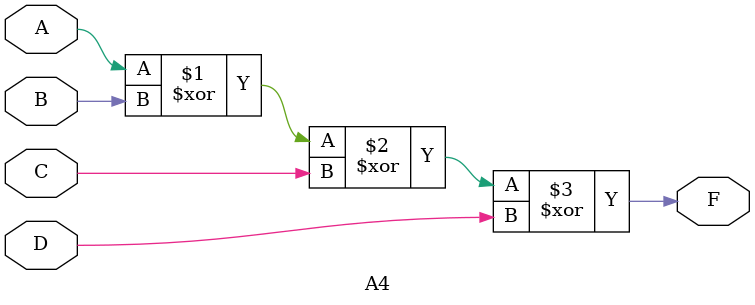
<source format=v>
module A4(A,B,C,D,F);
   input A,B,C,D;
   output F;
   assign F=(A^B^C^D);
   
endmodule


</source>
